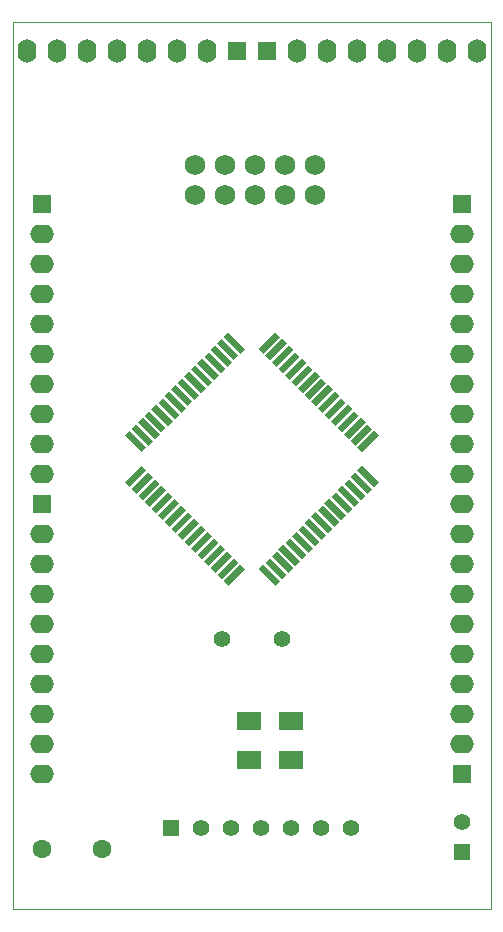
<source format=gbr>
G04 #@! TF.FileFunction,Soldermask,Top*
%FSLAX46Y46*%
G04 Gerber Fmt 4.6, Leading zero omitted, Abs format (unit mm)*
G04 Created by KiCad (PCBNEW (2015-01-16 BZR 5376)-product) date 7/10/2015 8:52:56 AM*
%MOMM*%
G01*
G04 APERTURE LIST*
%ADD10C,0.150000*%
%ADD11C,0.100000*%
%ADD12C,1.750000*%
%ADD13C,1.600000*%
%ADD14R,2.032000X1.524000*%
%ADD15R,1.600000X1.600000*%
%ADD16O,1.600000X2.000000*%
%ADD17O,2.000000X1.600000*%
%ADD18C,1.422400*%
%ADD19R,1.397000X1.397000*%
%ADD20C,1.397000*%
G04 APERTURE END LIST*
D10*
D11*
X57718000Y-36934000D02*
X57818000Y-36934000D01*
X57718000Y-112034000D02*
X57718000Y-36934000D01*
X98218000Y-112034000D02*
X57718000Y-112034000D01*
X98218000Y-39434000D02*
X98218000Y-112034000D01*
X98218000Y-36934000D02*
X97718000Y-36934000D01*
X98218000Y-39434000D02*
X98218000Y-36934000D01*
X97718000Y-36934000D02*
X57718000Y-36934000D01*
D10*
G36*
X75592293Y-63571786D02*
X75987424Y-63176655D01*
X77401637Y-64590868D01*
X77006506Y-64985999D01*
X75592293Y-63571786D01*
X75592293Y-63571786D01*
G37*
G36*
X75035517Y-64128562D02*
X75430648Y-63733431D01*
X76844861Y-65147644D01*
X76449730Y-65542775D01*
X75035517Y-64128562D01*
X75035517Y-64128562D01*
G37*
G36*
X74478741Y-64685337D02*
X74873872Y-64290206D01*
X76288085Y-65704419D01*
X75892954Y-66099550D01*
X74478741Y-64685337D01*
X74478741Y-64685337D01*
G37*
G36*
X73921965Y-65242113D02*
X74317096Y-64846982D01*
X75731309Y-66261195D01*
X75336178Y-66656326D01*
X73921965Y-65242113D01*
X73921965Y-65242113D01*
G37*
G36*
X73365189Y-65798889D02*
X73760320Y-65403758D01*
X75174533Y-66817971D01*
X74779402Y-67213102D01*
X73365189Y-65798889D01*
X73365189Y-65798889D01*
G37*
G36*
X72808413Y-66355665D02*
X73203544Y-65960534D01*
X74617757Y-67374747D01*
X74222626Y-67769878D01*
X72808413Y-66355665D01*
X72808413Y-66355665D01*
G37*
G36*
X72251638Y-66912441D02*
X72646769Y-66517310D01*
X74060982Y-67931523D01*
X73665851Y-68326654D01*
X72251638Y-66912441D01*
X72251638Y-66912441D01*
G37*
G36*
X71694862Y-67469217D02*
X72089993Y-67074086D01*
X73504206Y-68488299D01*
X73109075Y-68883430D01*
X71694862Y-67469217D01*
X71694862Y-67469217D01*
G37*
G36*
X71138086Y-68025993D02*
X71533217Y-67630862D01*
X72947430Y-69045075D01*
X72552299Y-69440206D01*
X71138086Y-68025993D01*
X71138086Y-68025993D01*
G37*
G36*
X70581310Y-68582769D02*
X70976441Y-68187638D01*
X72390654Y-69601851D01*
X71995523Y-69996982D01*
X70581310Y-68582769D01*
X70581310Y-68582769D01*
G37*
G36*
X70024534Y-69139544D02*
X70419665Y-68744413D01*
X71833878Y-70158626D01*
X71438747Y-70553757D01*
X70024534Y-69139544D01*
X70024534Y-69139544D01*
G37*
G36*
X69467758Y-69696320D02*
X69862889Y-69301189D01*
X71277102Y-70715402D01*
X70881971Y-71110533D01*
X69467758Y-69696320D01*
X69467758Y-69696320D01*
G37*
G36*
X68910982Y-70253096D02*
X69306113Y-69857965D01*
X70720326Y-71272178D01*
X70325195Y-71667309D01*
X68910982Y-70253096D01*
X68910982Y-70253096D01*
G37*
G36*
X68354206Y-70809872D02*
X68749337Y-70414741D01*
X70163550Y-71828954D01*
X69768419Y-72224085D01*
X68354206Y-70809872D01*
X68354206Y-70809872D01*
G37*
G36*
X67797431Y-71366648D02*
X68192562Y-70971517D01*
X69606775Y-72385730D01*
X69211644Y-72780861D01*
X67797431Y-71366648D01*
X67797431Y-71366648D01*
G37*
G36*
X67240655Y-71923424D02*
X67635786Y-71528293D01*
X69049999Y-72942506D01*
X68654868Y-73337637D01*
X67240655Y-71923424D01*
X67240655Y-71923424D01*
G37*
G36*
X67240655Y-75904576D02*
X68654868Y-74490363D01*
X69049999Y-74885494D01*
X67635786Y-76299707D01*
X67240655Y-75904576D01*
X67240655Y-75904576D01*
G37*
G36*
X67797431Y-76461352D02*
X69211644Y-75047139D01*
X69606775Y-75442270D01*
X68192562Y-76856483D01*
X67797431Y-76461352D01*
X67797431Y-76461352D01*
G37*
G36*
X68354206Y-77018128D02*
X69768419Y-75603915D01*
X70163550Y-75999046D01*
X68749337Y-77413259D01*
X68354206Y-77018128D01*
X68354206Y-77018128D01*
G37*
G36*
X68910982Y-77574904D02*
X70325195Y-76160691D01*
X70720326Y-76555822D01*
X69306113Y-77970035D01*
X68910982Y-77574904D01*
X68910982Y-77574904D01*
G37*
G36*
X69467758Y-78131680D02*
X70881971Y-76717467D01*
X71277102Y-77112598D01*
X69862889Y-78526811D01*
X69467758Y-78131680D01*
X69467758Y-78131680D01*
G37*
G36*
X70024534Y-78688456D02*
X71438747Y-77274243D01*
X71833878Y-77669374D01*
X70419665Y-79083587D01*
X70024534Y-78688456D01*
X70024534Y-78688456D01*
G37*
G36*
X70581310Y-79245231D02*
X71995523Y-77831018D01*
X72390654Y-78226149D01*
X70976441Y-79640362D01*
X70581310Y-79245231D01*
X70581310Y-79245231D01*
G37*
G36*
X71138086Y-79802007D02*
X72552299Y-78387794D01*
X72947430Y-78782925D01*
X71533217Y-80197138D01*
X71138086Y-79802007D01*
X71138086Y-79802007D01*
G37*
G36*
X71694862Y-80358783D02*
X73109075Y-78944570D01*
X73504206Y-79339701D01*
X72089993Y-80753914D01*
X71694862Y-80358783D01*
X71694862Y-80358783D01*
G37*
G36*
X72251638Y-80915559D02*
X73665851Y-79501346D01*
X74060982Y-79896477D01*
X72646769Y-81310690D01*
X72251638Y-80915559D01*
X72251638Y-80915559D01*
G37*
G36*
X72808413Y-81472335D02*
X74222626Y-80058122D01*
X74617757Y-80453253D01*
X73203544Y-81867466D01*
X72808413Y-81472335D01*
X72808413Y-81472335D01*
G37*
G36*
X73365189Y-82029111D02*
X74779402Y-80614898D01*
X75174533Y-81010029D01*
X73760320Y-82424242D01*
X73365189Y-82029111D01*
X73365189Y-82029111D01*
G37*
G36*
X73921965Y-82585887D02*
X75336178Y-81171674D01*
X75731309Y-81566805D01*
X74317096Y-82981018D01*
X73921965Y-82585887D01*
X73921965Y-82585887D01*
G37*
G36*
X74478741Y-83142663D02*
X75892954Y-81728450D01*
X76288085Y-82123581D01*
X74873872Y-83537794D01*
X74478741Y-83142663D01*
X74478741Y-83142663D01*
G37*
G36*
X75035517Y-83699438D02*
X76449730Y-82285225D01*
X76844861Y-82680356D01*
X75430648Y-84094569D01*
X75035517Y-83699438D01*
X75035517Y-83699438D01*
G37*
G36*
X75592293Y-84256214D02*
X77006506Y-82842001D01*
X77401637Y-83237132D01*
X75987424Y-84651345D01*
X75592293Y-84256214D01*
X75592293Y-84256214D01*
G37*
G36*
X78554363Y-83237132D02*
X78949494Y-82842001D01*
X80363707Y-84256214D01*
X79968576Y-84651345D01*
X78554363Y-83237132D01*
X78554363Y-83237132D01*
G37*
G36*
X79111139Y-82680356D02*
X79506270Y-82285225D01*
X80920483Y-83699438D01*
X80525352Y-84094569D01*
X79111139Y-82680356D01*
X79111139Y-82680356D01*
G37*
G36*
X79667915Y-82123581D02*
X80063046Y-81728450D01*
X81477259Y-83142663D01*
X81082128Y-83537794D01*
X79667915Y-82123581D01*
X79667915Y-82123581D01*
G37*
G36*
X80224691Y-81566805D02*
X80619822Y-81171674D01*
X82034035Y-82585887D01*
X81638904Y-82981018D01*
X80224691Y-81566805D01*
X80224691Y-81566805D01*
G37*
G36*
X80781467Y-81010029D02*
X81176598Y-80614898D01*
X82590811Y-82029111D01*
X82195680Y-82424242D01*
X80781467Y-81010029D01*
X80781467Y-81010029D01*
G37*
G36*
X81338243Y-80453253D02*
X81733374Y-80058122D01*
X83147587Y-81472335D01*
X82752456Y-81867466D01*
X81338243Y-80453253D01*
X81338243Y-80453253D01*
G37*
G36*
X81895018Y-79896477D02*
X82290149Y-79501346D01*
X83704362Y-80915559D01*
X83309231Y-81310690D01*
X81895018Y-79896477D01*
X81895018Y-79896477D01*
G37*
G36*
X82451794Y-79339701D02*
X82846925Y-78944570D01*
X84261138Y-80358783D01*
X83866007Y-80753914D01*
X82451794Y-79339701D01*
X82451794Y-79339701D01*
G37*
G36*
X83008570Y-78782925D02*
X83403701Y-78387794D01*
X84817914Y-79802007D01*
X84422783Y-80197138D01*
X83008570Y-78782925D01*
X83008570Y-78782925D01*
G37*
G36*
X83565346Y-78226149D02*
X83960477Y-77831018D01*
X85374690Y-79245231D01*
X84979559Y-79640362D01*
X83565346Y-78226149D01*
X83565346Y-78226149D01*
G37*
G36*
X84122122Y-77669374D02*
X84517253Y-77274243D01*
X85931466Y-78688456D01*
X85536335Y-79083587D01*
X84122122Y-77669374D01*
X84122122Y-77669374D01*
G37*
G36*
X84678898Y-77112598D02*
X85074029Y-76717467D01*
X86488242Y-78131680D01*
X86093111Y-78526811D01*
X84678898Y-77112598D01*
X84678898Y-77112598D01*
G37*
G36*
X85235674Y-76555822D02*
X85630805Y-76160691D01*
X87045018Y-77574904D01*
X86649887Y-77970035D01*
X85235674Y-76555822D01*
X85235674Y-76555822D01*
G37*
G36*
X85792450Y-75999046D02*
X86187581Y-75603915D01*
X87601794Y-77018128D01*
X87206663Y-77413259D01*
X85792450Y-75999046D01*
X85792450Y-75999046D01*
G37*
G36*
X86349225Y-75442270D02*
X86744356Y-75047139D01*
X88158569Y-76461352D01*
X87763438Y-76856483D01*
X86349225Y-75442270D01*
X86349225Y-75442270D01*
G37*
G36*
X86906001Y-74885494D02*
X87301132Y-74490363D01*
X88715345Y-75904576D01*
X88320214Y-76299707D01*
X86906001Y-74885494D01*
X86906001Y-74885494D01*
G37*
G36*
X86906001Y-72942506D02*
X88320214Y-71528293D01*
X88715345Y-71923424D01*
X87301132Y-73337637D01*
X86906001Y-72942506D01*
X86906001Y-72942506D01*
G37*
G36*
X86349225Y-72385730D02*
X87763438Y-70971517D01*
X88158569Y-71366648D01*
X86744356Y-72780861D01*
X86349225Y-72385730D01*
X86349225Y-72385730D01*
G37*
G36*
X85792450Y-71828954D02*
X87206663Y-70414741D01*
X87601794Y-70809872D01*
X86187581Y-72224085D01*
X85792450Y-71828954D01*
X85792450Y-71828954D01*
G37*
G36*
X85235674Y-71272178D02*
X86649887Y-69857965D01*
X87045018Y-70253096D01*
X85630805Y-71667309D01*
X85235674Y-71272178D01*
X85235674Y-71272178D01*
G37*
G36*
X84678898Y-70715402D02*
X86093111Y-69301189D01*
X86488242Y-69696320D01*
X85074029Y-71110533D01*
X84678898Y-70715402D01*
X84678898Y-70715402D01*
G37*
G36*
X84122122Y-70158626D02*
X85536335Y-68744413D01*
X85931466Y-69139544D01*
X84517253Y-70553757D01*
X84122122Y-70158626D01*
X84122122Y-70158626D01*
G37*
G36*
X83565346Y-69601851D02*
X84979559Y-68187638D01*
X85374690Y-68582769D01*
X83960477Y-69996982D01*
X83565346Y-69601851D01*
X83565346Y-69601851D01*
G37*
G36*
X83008570Y-69045075D02*
X84422783Y-67630862D01*
X84817914Y-68025993D01*
X83403701Y-69440206D01*
X83008570Y-69045075D01*
X83008570Y-69045075D01*
G37*
G36*
X82451794Y-68488299D02*
X83866007Y-67074086D01*
X84261138Y-67469217D01*
X82846925Y-68883430D01*
X82451794Y-68488299D01*
X82451794Y-68488299D01*
G37*
G36*
X81895018Y-67931523D02*
X83309231Y-66517310D01*
X83704362Y-66912441D01*
X82290149Y-68326654D01*
X81895018Y-67931523D01*
X81895018Y-67931523D01*
G37*
G36*
X81338243Y-67374747D02*
X82752456Y-65960534D01*
X83147587Y-66355665D01*
X81733374Y-67769878D01*
X81338243Y-67374747D01*
X81338243Y-67374747D01*
G37*
G36*
X80781467Y-66817971D02*
X82195680Y-65403758D01*
X82590811Y-65798889D01*
X81176598Y-67213102D01*
X80781467Y-66817971D01*
X80781467Y-66817971D01*
G37*
G36*
X80224691Y-66261195D02*
X81638904Y-64846982D01*
X82034035Y-65242113D01*
X80619822Y-66656326D01*
X80224691Y-66261195D01*
X80224691Y-66261195D01*
G37*
G36*
X79667915Y-65704419D02*
X81082128Y-64290206D01*
X81477259Y-64685337D01*
X80063046Y-66099550D01*
X79667915Y-65704419D01*
X79667915Y-65704419D01*
G37*
G36*
X79111139Y-65147644D02*
X80525352Y-63733431D01*
X80920483Y-64128562D01*
X79506270Y-65542775D01*
X79111139Y-65147644D01*
X79111139Y-65147644D01*
G37*
G36*
X78554363Y-64590868D02*
X79968576Y-63176655D01*
X80363707Y-63571786D01*
X78949494Y-64985999D01*
X78554363Y-64590868D01*
X78554363Y-64590868D01*
G37*
D12*
X83312000Y-49022000D03*
X83312000Y-51562000D03*
X80772000Y-49022000D03*
X80772000Y-51562000D03*
X78232000Y-49022000D03*
X78232000Y-51562000D03*
X75692000Y-49022000D03*
X75692000Y-51562000D03*
X73152000Y-49022000D03*
X73152000Y-51562000D03*
D13*
X60198000Y-106934000D03*
X65278000Y-106934000D03*
D14*
X77724000Y-99441000D03*
X77724000Y-96139000D03*
X81280000Y-99441000D03*
X81280000Y-96139000D03*
D15*
X76708000Y-39370000D03*
D16*
X74168000Y-39370000D03*
X71628000Y-39370000D03*
X69088000Y-39370000D03*
X66548000Y-39370000D03*
X64008000Y-39370000D03*
X61468000Y-39370000D03*
X58928000Y-39370000D03*
D15*
X79248000Y-39370000D03*
D16*
X81788000Y-39370000D03*
X84328000Y-39370000D03*
X86868000Y-39370000D03*
X89408000Y-39370000D03*
X91948000Y-39370000D03*
X94488000Y-39370000D03*
X97028000Y-39370000D03*
D15*
X60198000Y-77724000D03*
D17*
X60198000Y-80264000D03*
X60198000Y-82804000D03*
X60198000Y-85344000D03*
X60198000Y-87884000D03*
X60198000Y-90424000D03*
X60198000Y-92964000D03*
X60198000Y-95504000D03*
X60198000Y-98044000D03*
X60198000Y-100584000D03*
D15*
X60198000Y-52324000D03*
D17*
X60198000Y-54864000D03*
X60198000Y-57404000D03*
X60198000Y-59944000D03*
X60198000Y-62484000D03*
X60198000Y-65024000D03*
X60198000Y-67564000D03*
X60198000Y-70104000D03*
X60198000Y-72644000D03*
X60198000Y-75184000D03*
D15*
X95758000Y-100584000D03*
D17*
X95758000Y-98044000D03*
X95758000Y-95504000D03*
X95758000Y-92964000D03*
X95758000Y-90424000D03*
X95758000Y-87884000D03*
X95758000Y-85344000D03*
X95758000Y-82804000D03*
X95758000Y-80264000D03*
X95758000Y-77724000D03*
D15*
X95758000Y-52324000D03*
D17*
X95758000Y-54864000D03*
X95758000Y-57404000D03*
X95758000Y-59944000D03*
X95758000Y-62484000D03*
X95758000Y-65024000D03*
X95758000Y-67564000D03*
X95758000Y-70104000D03*
X95758000Y-72644000D03*
X95758000Y-75184000D03*
D18*
X75438000Y-89154000D03*
X80518000Y-89154000D03*
D19*
X71120000Y-105156000D03*
D20*
X73660000Y-105156000D03*
X76200000Y-105156000D03*
X78740000Y-105156000D03*
X81280000Y-105156000D03*
X83820000Y-105156000D03*
X86360000Y-105156000D03*
D19*
X95758000Y-107188000D03*
D20*
X95758000Y-104648000D03*
M02*

</source>
